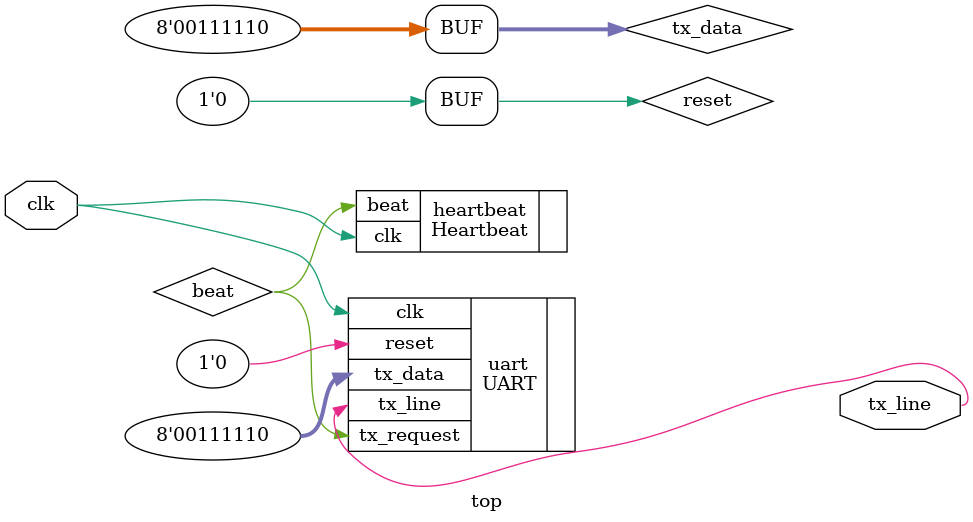
<source format=v>

module top (
  clk,
  tx_line,    // The external line between devices driven by this UART
);

  input   clk;
  output  tx_line;

  wire  beat;
  wire  reset;
  reg [7:0]  tx_data = 8'h3e;

  assign  reset = 0;
  UART  uart (
    .clk        (clk),
    .reset      (reset),
    .tx_line    (tx_line),
    .tx_data    (tx_data),
    .tx_request (beat),
  );

  Heartbeat  heartbeat (
    .clk  (clk),
    .beat (beat)
  );

endmodule


</source>
